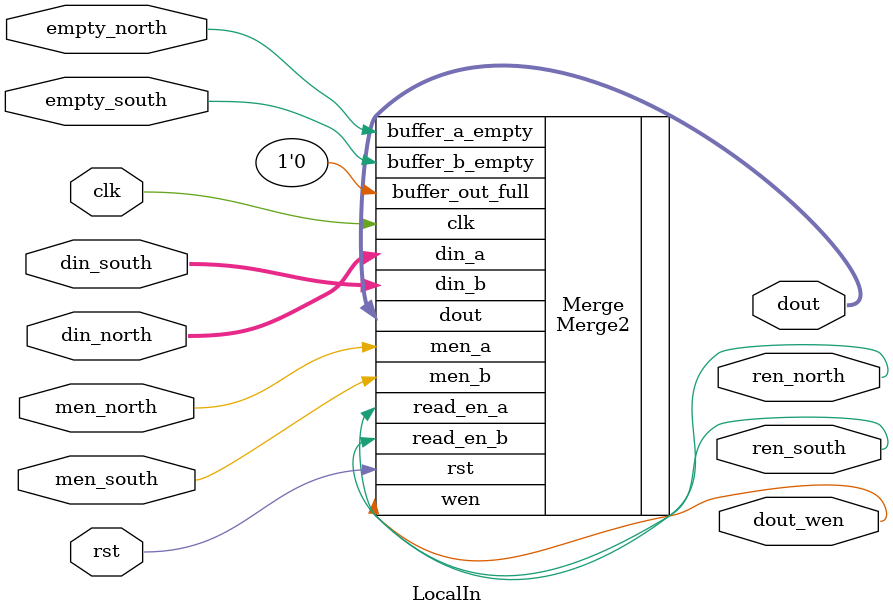
<source format=v>
`timescale 1ns / 1ps



module LocalIn #(
    parameter PACKET_WIDTH = 12
)(
    input clk,
    input rst,
    input [PACKET_WIDTH-1:0] din_north,
    input [PACKET_WIDTH-1:0] din_south,
    input men_north,
    input men_south,
    input empty_north,
    input empty_south,
    output ren_north,
    output ren_south,
    output [PACKET_WIDTH-1:0] dout,
    output dout_wen
    );
    
    
    Merge2 #(
        .DATA_WIDTH(PACKET_WIDTH)
    ) Merge (
        .clk(clk),
        .rst(rst),
        .din_a(din_north),
        .buffer_a_empty(empty_north),
        .men_a(men_north),

        .din_b(din_south),
        .buffer_b_empty(empty_south),
        .men_b(men_south),

        .buffer_out_full(1'b0),
        .read_en_a(ren_north),
        .read_en_b(ren_south),
        .dout(dout),
        .wen(dout_wen)
        );
    
endmodule

</source>
